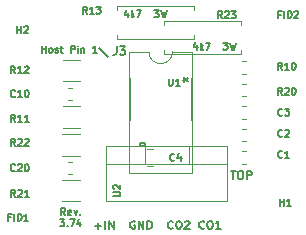
<source format=gto>
G04 #@! TF.GenerationSoftware,KiCad,Pcbnew,(6.0.0-0)*
G04 #@! TF.CreationDate,2023-01-22T15:48:08+00:00*
G04 #@! TF.ProjectId,VR-Conditioner-MAX9926+reg,56522d43-6f6e-4646-9974-696f6e65722d,3.74*
G04 #@! TF.SameCoordinates,PX6a95280PY6f6d640*
G04 #@! TF.FileFunction,Legend,Top*
G04 #@! TF.FilePolarity,Positive*
%FSLAX46Y46*%
G04 Gerber Fmt 4.6, Leading zero omitted, Abs format (unit mm)*
G04 Created by KiCad (PCBNEW (6.0.0-0)) date 2023-01-22 15:48:08*
%MOMM*%
%LPD*%
G01*
G04 APERTURE LIST*
%ADD10C,0.150000*%
%ADD11C,0.120000*%
%ADD12C,0.152400*%
G04 APERTURE END LIST*
D10*
X8763000Y17653000D02*
X8001000Y18415000D01*
X10438000Y21412572D02*
X10438000Y21012572D01*
X10295142Y21641143D02*
X10152285Y21212572D01*
X10523714Y21212572D01*
X10752285Y21012572D02*
X10752285Y21612572D01*
X10809428Y21241143D02*
X10980857Y21012572D01*
X10980857Y21412572D02*
X10752285Y21184000D01*
X11180857Y21612572D02*
X11580857Y21612572D01*
X11323714Y21012572D01*
X12666571Y21612572D02*
X13038000Y21612572D01*
X12838000Y21384000D01*
X12923714Y21384000D01*
X12980857Y21355429D01*
X13009428Y21326858D01*
X13038000Y21269715D01*
X13038000Y21126858D01*
X13009428Y21069715D01*
X12980857Y21041143D01*
X12923714Y21012572D01*
X12752285Y21012572D01*
X12695142Y21041143D01*
X12666571Y21069715D01*
X13238000Y21612572D02*
X13380857Y21012572D01*
X13495142Y21441143D01*
X13609428Y21012572D01*
X13752285Y21612572D01*
X16280000Y18670572D02*
X16280000Y18270572D01*
X16137142Y18899143D02*
X15994285Y18470572D01*
X16365714Y18470572D01*
X16594285Y18270572D02*
X16594285Y18870572D01*
X16651428Y18499143D02*
X16822857Y18270572D01*
X16822857Y18670572D02*
X16594285Y18442000D01*
X17022857Y18870572D02*
X17422857Y18870572D01*
X17165714Y18270572D01*
X18508571Y18870572D02*
X18880000Y18870572D01*
X18680000Y18642000D01*
X18765714Y18642000D01*
X18822857Y18613429D01*
X18851428Y18584858D01*
X18880000Y18527715D01*
X18880000Y18384858D01*
X18851428Y18327715D01*
X18822857Y18299143D01*
X18765714Y18270572D01*
X18594285Y18270572D01*
X18537142Y18299143D01*
X18508571Y18327715D01*
X19080000Y18870572D02*
X19222857Y18270572D01*
X19337142Y18699143D01*
X19451428Y18270572D01*
X19594285Y18870572D01*
X5145142Y4275572D02*
X4945142Y4561286D01*
X4802285Y4275572D02*
X4802285Y4875572D01*
X5030857Y4875572D01*
X5088000Y4847000D01*
X5116571Y4818429D01*
X5145142Y4761286D01*
X5145142Y4675572D01*
X5116571Y4618429D01*
X5088000Y4589858D01*
X5030857Y4561286D01*
X4802285Y4561286D01*
X5630857Y4304143D02*
X5573714Y4275572D01*
X5459428Y4275572D01*
X5402285Y4304143D01*
X5373714Y4361286D01*
X5373714Y4589858D01*
X5402285Y4647000D01*
X5459428Y4675572D01*
X5573714Y4675572D01*
X5630857Y4647000D01*
X5659428Y4589858D01*
X5659428Y4532715D01*
X5373714Y4475572D01*
X5859428Y4675572D02*
X6002285Y4275572D01*
X6145142Y4675572D01*
X6373714Y4332715D02*
X6402285Y4304143D01*
X6373714Y4275572D01*
X6345142Y4304143D01*
X6373714Y4332715D01*
X6373714Y4275572D01*
X4673714Y3909572D02*
X5045142Y3909572D01*
X4845142Y3681000D01*
X4930857Y3681000D01*
X4988000Y3652429D01*
X5016571Y3623858D01*
X5045142Y3566715D01*
X5045142Y3423858D01*
X5016571Y3366715D01*
X4988000Y3338143D01*
X4930857Y3309572D01*
X4759428Y3309572D01*
X4702285Y3338143D01*
X4673714Y3366715D01*
X5302285Y3366715D02*
X5330857Y3338143D01*
X5302285Y3309572D01*
X5273714Y3338143D01*
X5302285Y3366715D01*
X5302285Y3309572D01*
X5530857Y3909572D02*
X5930857Y3909572D01*
X5673714Y3309572D01*
X6416571Y3709572D02*
X6416571Y3309572D01*
X6273714Y3938143D02*
X6130857Y3509572D01*
X6502285Y3509572D01*
X19149333Y8003334D02*
X19549333Y8003334D01*
X19349333Y7303334D02*
X19349333Y8003334D01*
X19916000Y8003334D02*
X20049333Y8003334D01*
X20116000Y7970000D01*
X20182666Y7903334D01*
X20216000Y7770000D01*
X20216000Y7536667D01*
X20182666Y7403334D01*
X20116000Y7336667D01*
X20049333Y7303334D01*
X19916000Y7303334D01*
X19849333Y7336667D01*
X19782666Y7403334D01*
X19749333Y7536667D01*
X19749333Y7770000D01*
X19782666Y7903334D01*
X19849333Y7970000D01*
X19916000Y8003334D01*
X20516000Y7303334D02*
X20516000Y8003334D01*
X20782666Y8003334D01*
X20849333Y7970000D01*
X20882666Y7936667D01*
X20916000Y7870000D01*
X20916000Y7770000D01*
X20882666Y7703334D01*
X20849333Y7670000D01*
X20782666Y7636667D01*
X20516000Y7636667D01*
X7654000Y3361143D02*
X8187333Y3361143D01*
X7920666Y3132572D02*
X7920666Y3589715D01*
X8520666Y3132572D02*
X8520666Y3732572D01*
X8854000Y3132572D02*
X8854000Y3732572D01*
X9254000Y3132572D01*
X9254000Y3732572D01*
X11020666Y3704000D02*
X10954000Y3732572D01*
X10854000Y3732572D01*
X10754000Y3704000D01*
X10687333Y3646858D01*
X10654000Y3589715D01*
X10620666Y3475429D01*
X10620666Y3389715D01*
X10654000Y3275429D01*
X10687333Y3218286D01*
X10754000Y3161143D01*
X10854000Y3132572D01*
X10920666Y3132572D01*
X11020666Y3161143D01*
X11054000Y3189715D01*
X11054000Y3389715D01*
X10920666Y3389715D01*
X11354000Y3132572D02*
X11354000Y3732572D01*
X11754000Y3132572D01*
X11754000Y3732572D01*
X12087333Y3132572D02*
X12087333Y3732572D01*
X12254000Y3732572D01*
X12354000Y3704000D01*
X12420666Y3646858D01*
X12454000Y3589715D01*
X12487333Y3475429D01*
X12487333Y3389715D01*
X12454000Y3275429D01*
X12420666Y3218286D01*
X12354000Y3161143D01*
X12254000Y3132572D01*
X12087333Y3132572D01*
X14254000Y3189715D02*
X14220666Y3161143D01*
X14120666Y3132572D01*
X14054000Y3132572D01*
X13954000Y3161143D01*
X13887333Y3218286D01*
X13854000Y3275429D01*
X13820666Y3389715D01*
X13820666Y3475429D01*
X13854000Y3589715D01*
X13887333Y3646858D01*
X13954000Y3704000D01*
X14054000Y3732572D01*
X14120666Y3732572D01*
X14220666Y3704000D01*
X14254000Y3675429D01*
X14687333Y3732572D02*
X14820666Y3732572D01*
X14887333Y3704000D01*
X14954000Y3646858D01*
X14987333Y3532572D01*
X14987333Y3332572D01*
X14954000Y3218286D01*
X14887333Y3161143D01*
X14820666Y3132572D01*
X14687333Y3132572D01*
X14620666Y3161143D01*
X14554000Y3218286D01*
X14520666Y3332572D01*
X14520666Y3532572D01*
X14554000Y3646858D01*
X14620666Y3704000D01*
X14687333Y3732572D01*
X15254000Y3675429D02*
X15287333Y3704000D01*
X15354000Y3732572D01*
X15520666Y3732572D01*
X15587333Y3704000D01*
X15620666Y3675429D01*
X15654000Y3618286D01*
X15654000Y3561143D01*
X15620666Y3475429D01*
X15220666Y3132572D01*
X15654000Y3132572D01*
X16887333Y3189715D02*
X16854000Y3161143D01*
X16754000Y3132572D01*
X16687333Y3132572D01*
X16587333Y3161143D01*
X16520666Y3218286D01*
X16487333Y3275429D01*
X16454000Y3389715D01*
X16454000Y3475429D01*
X16487333Y3589715D01*
X16520666Y3646858D01*
X16587333Y3704000D01*
X16687333Y3732572D01*
X16754000Y3732572D01*
X16854000Y3704000D01*
X16887333Y3675429D01*
X17320666Y3732572D02*
X17454000Y3732572D01*
X17520666Y3704000D01*
X17587333Y3646858D01*
X17620666Y3532572D01*
X17620666Y3332572D01*
X17587333Y3218286D01*
X17520666Y3161143D01*
X17454000Y3132572D01*
X17320666Y3132572D01*
X17254000Y3161143D01*
X17187333Y3218286D01*
X17154000Y3332572D01*
X17154000Y3532572D01*
X17187333Y3646858D01*
X17254000Y3704000D01*
X17320666Y3732572D01*
X18287333Y3132572D02*
X17887333Y3132572D01*
X18087333Y3132572D02*
X18087333Y3732572D01*
X18020666Y3646858D01*
X17954000Y3589715D01*
X17887333Y3561143D01*
X3146714Y18016572D02*
X3146714Y18616572D01*
X3146714Y18330858D02*
X3489571Y18330858D01*
X3489571Y18016572D02*
X3489571Y18616572D01*
X3861000Y18016572D02*
X3803857Y18045143D01*
X3775285Y18073715D01*
X3746714Y18130858D01*
X3746714Y18302286D01*
X3775285Y18359429D01*
X3803857Y18388000D01*
X3861000Y18416572D01*
X3946714Y18416572D01*
X4003857Y18388000D01*
X4032428Y18359429D01*
X4061000Y18302286D01*
X4061000Y18130858D01*
X4032428Y18073715D01*
X4003857Y18045143D01*
X3946714Y18016572D01*
X3861000Y18016572D01*
X4289571Y18045143D02*
X4346714Y18016572D01*
X4461000Y18016572D01*
X4518142Y18045143D01*
X4546714Y18102286D01*
X4546714Y18130858D01*
X4518142Y18188000D01*
X4461000Y18216572D01*
X4375285Y18216572D01*
X4318142Y18245143D01*
X4289571Y18302286D01*
X4289571Y18330858D01*
X4318142Y18388000D01*
X4375285Y18416572D01*
X4461000Y18416572D01*
X4518142Y18388000D01*
X4718142Y18416572D02*
X4946714Y18416572D01*
X4803857Y18616572D02*
X4803857Y18102286D01*
X4832428Y18045143D01*
X4889571Y18016572D01*
X4946714Y18016572D01*
X5603857Y18016572D02*
X5603857Y18616572D01*
X5832428Y18616572D01*
X5889571Y18588000D01*
X5918142Y18559429D01*
X5946714Y18502286D01*
X5946714Y18416572D01*
X5918142Y18359429D01*
X5889571Y18330858D01*
X5832428Y18302286D01*
X5603857Y18302286D01*
X6203857Y18016572D02*
X6203857Y18416572D01*
X6203857Y18616572D02*
X6175285Y18588000D01*
X6203857Y18559429D01*
X6232428Y18588000D01*
X6203857Y18616572D01*
X6203857Y18559429D01*
X6489571Y18416572D02*
X6489571Y18016572D01*
X6489571Y18359429D02*
X6518142Y18388000D01*
X6575285Y18416572D01*
X6661000Y18416572D01*
X6718142Y18388000D01*
X6746714Y18330858D01*
X6746714Y18016572D01*
X7803857Y18016572D02*
X7461000Y18016572D01*
X7632428Y18016572D02*
X7632428Y18616572D01*
X7575285Y18530858D01*
X7518142Y18473715D01*
X7461000Y18445143D01*
G04 #@! TO.C,C1*
X23522000Y9183715D02*
X23493428Y9155143D01*
X23407714Y9126572D01*
X23350571Y9126572D01*
X23264857Y9155143D01*
X23207714Y9212286D01*
X23179142Y9269429D01*
X23150571Y9383715D01*
X23150571Y9469429D01*
X23179142Y9583715D01*
X23207714Y9640858D01*
X23264857Y9698000D01*
X23350571Y9726572D01*
X23407714Y9726572D01*
X23493428Y9698000D01*
X23522000Y9669429D01*
X24093428Y9126572D02*
X23750571Y9126572D01*
X23922000Y9126572D02*
X23922000Y9726572D01*
X23864857Y9640858D01*
X23807714Y9583715D01*
X23750571Y9555143D01*
G04 #@! TO.C,C2*
X23522000Y10961715D02*
X23493428Y10933143D01*
X23407714Y10904572D01*
X23350571Y10904572D01*
X23264857Y10933143D01*
X23207714Y10990286D01*
X23179142Y11047429D01*
X23150571Y11161715D01*
X23150571Y11247429D01*
X23179142Y11361715D01*
X23207714Y11418858D01*
X23264857Y11476000D01*
X23350571Y11504572D01*
X23407714Y11504572D01*
X23493428Y11476000D01*
X23522000Y11447429D01*
X23750571Y11447429D02*
X23779142Y11476000D01*
X23836285Y11504572D01*
X23979142Y11504572D01*
X24036285Y11476000D01*
X24064857Y11447429D01*
X24093428Y11390286D01*
X24093428Y11333143D01*
X24064857Y11247429D01*
X23722000Y10904572D01*
X24093428Y10904572D01*
G04 #@! TO.C,C3*
X23522000Y12739715D02*
X23493428Y12711143D01*
X23407714Y12682572D01*
X23350571Y12682572D01*
X23264857Y12711143D01*
X23207714Y12768286D01*
X23179142Y12825429D01*
X23150571Y12939715D01*
X23150571Y13025429D01*
X23179142Y13139715D01*
X23207714Y13196858D01*
X23264857Y13254000D01*
X23350571Y13282572D01*
X23407714Y13282572D01*
X23493428Y13254000D01*
X23522000Y13225429D01*
X23722000Y13282572D02*
X24093428Y13282572D01*
X23893428Y13054000D01*
X23979142Y13054000D01*
X24036285Y13025429D01*
X24064857Y12996858D01*
X24093428Y12939715D01*
X24093428Y12796858D01*
X24064857Y12739715D01*
X24036285Y12711143D01*
X23979142Y12682572D01*
X23807714Y12682572D01*
X23750571Y12711143D01*
X23722000Y12739715D01*
G04 #@! TO.C,C4*
X14378000Y8929715D02*
X14349428Y8901143D01*
X14263714Y8872572D01*
X14206571Y8872572D01*
X14120857Y8901143D01*
X14063714Y8958286D01*
X14035142Y9015429D01*
X14006571Y9129715D01*
X14006571Y9215429D01*
X14035142Y9329715D01*
X14063714Y9386858D01*
X14120857Y9444000D01*
X14206571Y9472572D01*
X14263714Y9472572D01*
X14349428Y9444000D01*
X14378000Y9415429D01*
X14892285Y9272572D02*
X14892285Y8872572D01*
X14749428Y9501143D02*
X14606571Y9072572D01*
X14978000Y9072572D01*
G04 #@! TO.C,C10*
X884285Y14327215D02*
X855714Y14298643D01*
X770000Y14270072D01*
X712857Y14270072D01*
X627142Y14298643D01*
X570000Y14355786D01*
X541428Y14412929D01*
X512857Y14527215D01*
X512857Y14612929D01*
X541428Y14727215D01*
X570000Y14784358D01*
X627142Y14841500D01*
X712857Y14870072D01*
X770000Y14870072D01*
X855714Y14841500D01*
X884285Y14812929D01*
X1455714Y14270072D02*
X1112857Y14270072D01*
X1284285Y14270072D02*
X1284285Y14870072D01*
X1227142Y14784358D01*
X1170000Y14727215D01*
X1112857Y14698643D01*
X1827142Y14870072D02*
X1884285Y14870072D01*
X1941428Y14841500D01*
X1970000Y14812929D01*
X1998571Y14755786D01*
X2027142Y14641500D01*
X2027142Y14498643D01*
X1998571Y14384358D01*
X1970000Y14327215D01*
X1941428Y14298643D01*
X1884285Y14270072D01*
X1827142Y14270072D01*
X1770000Y14298643D01*
X1741428Y14327215D01*
X1712857Y14384358D01*
X1684285Y14498643D01*
X1684285Y14641500D01*
X1712857Y14755786D01*
X1741428Y14812929D01*
X1770000Y14841500D01*
X1827142Y14870072D01*
G04 #@! TO.C,C20*
X884285Y8040715D02*
X855714Y8012143D01*
X770000Y7983572D01*
X712857Y7983572D01*
X627142Y8012143D01*
X570000Y8069286D01*
X541428Y8126429D01*
X512857Y8240715D01*
X512857Y8326429D01*
X541428Y8440715D01*
X570000Y8497858D01*
X627142Y8555000D01*
X712857Y8583572D01*
X770000Y8583572D01*
X855714Y8555000D01*
X884285Y8526429D01*
X1112857Y8526429D02*
X1141428Y8555000D01*
X1198571Y8583572D01*
X1341428Y8583572D01*
X1398571Y8555000D01*
X1427142Y8526429D01*
X1455714Y8469286D01*
X1455714Y8412143D01*
X1427142Y8326429D01*
X1084285Y7983572D01*
X1455714Y7983572D01*
X1827142Y8583572D02*
X1884285Y8583572D01*
X1941428Y8555000D01*
X1970000Y8526429D01*
X1998571Y8469286D01*
X2027142Y8355000D01*
X2027142Y8212143D01*
X1998571Y8097858D01*
X1970000Y8040715D01*
X1941428Y8012143D01*
X1884285Y7983572D01*
X1827142Y7983572D01*
X1770000Y8012143D01*
X1741428Y8040715D01*
X1712857Y8097858D01*
X1684285Y8212143D01*
X1684285Y8355000D01*
X1712857Y8469286D01*
X1741428Y8526429D01*
X1770000Y8555000D01*
X1827142Y8583572D01*
G04 #@! TO.C,R22*
X884285Y10142572D02*
X684285Y10428286D01*
X541428Y10142572D02*
X541428Y10742572D01*
X770000Y10742572D01*
X827142Y10714000D01*
X855714Y10685429D01*
X884285Y10628286D01*
X884285Y10542572D01*
X855714Y10485429D01*
X827142Y10456858D01*
X770000Y10428286D01*
X541428Y10428286D01*
X1112857Y10685429D02*
X1141428Y10714000D01*
X1198571Y10742572D01*
X1341428Y10742572D01*
X1398571Y10714000D01*
X1427142Y10685429D01*
X1455714Y10628286D01*
X1455714Y10571143D01*
X1427142Y10485429D01*
X1084285Y10142572D01*
X1455714Y10142572D01*
X1684285Y10685429D02*
X1712857Y10714000D01*
X1770000Y10742572D01*
X1912857Y10742572D01*
X1970000Y10714000D01*
X1998571Y10685429D01*
X2027142Y10628286D01*
X2027142Y10571143D01*
X1998571Y10485429D01*
X1655714Y10142572D01*
X2027142Y10142572D01*
G04 #@! TO.C,R21*
X884285Y5824572D02*
X684285Y6110286D01*
X541428Y5824572D02*
X541428Y6424572D01*
X770000Y6424572D01*
X827142Y6396000D01*
X855714Y6367429D01*
X884285Y6310286D01*
X884285Y6224572D01*
X855714Y6167429D01*
X827142Y6138858D01*
X770000Y6110286D01*
X541428Y6110286D01*
X1112857Y6367429D02*
X1141428Y6396000D01*
X1198571Y6424572D01*
X1341428Y6424572D01*
X1398571Y6396000D01*
X1427142Y6367429D01*
X1455714Y6310286D01*
X1455714Y6253143D01*
X1427142Y6167429D01*
X1084285Y5824572D01*
X1455714Y5824572D01*
X2027142Y5824572D02*
X1684285Y5824572D01*
X1855714Y5824572D02*
X1855714Y6424572D01*
X1798571Y6338858D01*
X1741428Y6281715D01*
X1684285Y6253143D01*
G04 #@! TO.C,R11*
X884285Y12174572D02*
X684285Y12460286D01*
X541428Y12174572D02*
X541428Y12774572D01*
X770000Y12774572D01*
X827142Y12746000D01*
X855714Y12717429D01*
X884285Y12660286D01*
X884285Y12574572D01*
X855714Y12517429D01*
X827142Y12488858D01*
X770000Y12460286D01*
X541428Y12460286D01*
X1455714Y12174572D02*
X1112857Y12174572D01*
X1284285Y12174572D02*
X1284285Y12774572D01*
X1227142Y12688858D01*
X1170000Y12631715D01*
X1112857Y12603143D01*
X2027142Y12174572D02*
X1684285Y12174572D01*
X1855714Y12174572D02*
X1855714Y12774572D01*
X1798571Y12688858D01*
X1741428Y12631715D01*
X1684285Y12603143D01*
G04 #@! TO.C,FID1*
X500142Y4106858D02*
X300142Y4106858D01*
X300142Y3792572D02*
X300142Y4392572D01*
X585857Y4392572D01*
X814428Y3792572D02*
X814428Y4392572D01*
X1100142Y3792572D02*
X1100142Y4392572D01*
X1243000Y4392572D01*
X1328714Y4364000D01*
X1385857Y4306858D01*
X1414428Y4249715D01*
X1443000Y4135429D01*
X1443000Y4049715D01*
X1414428Y3935429D01*
X1385857Y3878286D01*
X1328714Y3821143D01*
X1243000Y3792572D01*
X1100142Y3792572D01*
X2014428Y3792572D02*
X1671571Y3792572D01*
X1843000Y3792572D02*
X1843000Y4392572D01*
X1785857Y4306858D01*
X1728714Y4249715D01*
X1671571Y4221143D01*
G04 #@! TO.C,FID2*
X23360142Y21251858D02*
X23160142Y21251858D01*
X23160142Y20937572D02*
X23160142Y21537572D01*
X23445857Y21537572D01*
X23674428Y20937572D02*
X23674428Y21537572D01*
X23960142Y20937572D02*
X23960142Y21537572D01*
X24103000Y21537572D01*
X24188714Y21509000D01*
X24245857Y21451858D01*
X24274428Y21394715D01*
X24303000Y21280429D01*
X24303000Y21194715D01*
X24274428Y21080429D01*
X24245857Y21023286D01*
X24188714Y20966143D01*
X24103000Y20937572D01*
X23960142Y20937572D01*
X24531571Y21480429D02*
X24560142Y21509000D01*
X24617285Y21537572D01*
X24760142Y21537572D01*
X24817285Y21509000D01*
X24845857Y21480429D01*
X24874428Y21423286D01*
X24874428Y21366143D01*
X24845857Y21280429D01*
X24503000Y20937572D01*
X24874428Y20937572D01*
G04 #@! TO.C,J3*
X9482166Y18544334D02*
X9482166Y18044334D01*
X9448833Y17944334D01*
X9382166Y17877667D01*
X9282166Y17844334D01*
X9215500Y17844334D01*
X9748833Y18544334D02*
X10182166Y18544334D01*
X9948833Y18277667D01*
X10048833Y18277667D01*
X10115500Y18244334D01*
X10148833Y18211000D01*
X10182166Y18144334D01*
X10182166Y17977667D01*
X10148833Y17911000D01*
X10115500Y17877667D01*
X10048833Y17844334D01*
X9848833Y17844334D01*
X9782166Y17877667D01*
X9748833Y17911000D01*
G04 #@! TO.C,R10*
X23490285Y16568772D02*
X23290285Y16854486D01*
X23147428Y16568772D02*
X23147428Y17168772D01*
X23376000Y17168772D01*
X23433142Y17140200D01*
X23461714Y17111629D01*
X23490285Y17054486D01*
X23490285Y16968772D01*
X23461714Y16911629D01*
X23433142Y16883058D01*
X23376000Y16854486D01*
X23147428Y16854486D01*
X24061714Y16568772D02*
X23718857Y16568772D01*
X23890285Y16568772D02*
X23890285Y17168772D01*
X23833142Y17083058D01*
X23776000Y17025915D01*
X23718857Y16997343D01*
X24433142Y17168772D02*
X24490285Y17168772D01*
X24547428Y17140200D01*
X24576000Y17111629D01*
X24604571Y17054486D01*
X24633142Y16940200D01*
X24633142Y16797343D01*
X24604571Y16683058D01*
X24576000Y16625915D01*
X24547428Y16597343D01*
X24490285Y16568772D01*
X24433142Y16568772D01*
X24376000Y16597343D01*
X24347428Y16625915D01*
X24318857Y16683058D01*
X24290285Y16797343D01*
X24290285Y16940200D01*
X24318857Y17054486D01*
X24347428Y17111629D01*
X24376000Y17140200D01*
X24433142Y17168772D01*
G04 #@! TO.C,R20*
X23490285Y14460572D02*
X23290285Y14746286D01*
X23147428Y14460572D02*
X23147428Y15060572D01*
X23376000Y15060572D01*
X23433142Y15032000D01*
X23461714Y15003429D01*
X23490285Y14946286D01*
X23490285Y14860572D01*
X23461714Y14803429D01*
X23433142Y14774858D01*
X23376000Y14746286D01*
X23147428Y14746286D01*
X23718857Y15003429D02*
X23747428Y15032000D01*
X23804571Y15060572D01*
X23947428Y15060572D01*
X24004571Y15032000D01*
X24033142Y15003429D01*
X24061714Y14946286D01*
X24061714Y14889143D01*
X24033142Y14803429D01*
X23690285Y14460572D01*
X24061714Y14460572D01*
X24433142Y15060572D02*
X24490285Y15060572D01*
X24547428Y15032000D01*
X24576000Y15003429D01*
X24604571Y14946286D01*
X24633142Y14832000D01*
X24633142Y14689143D01*
X24604571Y14574858D01*
X24576000Y14517715D01*
X24547428Y14489143D01*
X24490285Y14460572D01*
X24433142Y14460572D01*
X24376000Y14489143D01*
X24347428Y14517715D01*
X24318857Y14574858D01*
X24290285Y14689143D01*
X24290285Y14832000D01*
X24318857Y14946286D01*
X24347428Y15003429D01*
X24376000Y15032000D01*
X24433142Y15060572D01*
G04 #@! TO.C,U1*
X13893857Y15822572D02*
X13893857Y15336858D01*
X13922428Y15279715D01*
X13951000Y15251143D01*
X14008142Y15222572D01*
X14122428Y15222572D01*
X14179571Y15251143D01*
X14208142Y15279715D01*
X14236714Y15336858D01*
X14236714Y15822572D01*
X14836714Y15222572D02*
X14493857Y15222572D01*
X14665285Y15222572D02*
X14665285Y15822572D01*
X14608142Y15736858D01*
X14551000Y15679715D01*
X14493857Y15651143D01*
X15073380Y15748000D02*
X15311476Y15748000D01*
X15216238Y15509905D02*
X15311476Y15748000D01*
X15216238Y15986096D01*
X15501952Y15605143D02*
X15311476Y15748000D01*
X15501952Y15890858D01*
G04 #@! TO.C,R13*
X6980285Y21318572D02*
X6780285Y21604286D01*
X6637428Y21318572D02*
X6637428Y21918572D01*
X6866000Y21918572D01*
X6923142Y21890000D01*
X6951714Y21861429D01*
X6980285Y21804286D01*
X6980285Y21718572D01*
X6951714Y21661429D01*
X6923142Y21632858D01*
X6866000Y21604286D01*
X6637428Y21604286D01*
X7551714Y21318572D02*
X7208857Y21318572D01*
X7380285Y21318572D02*
X7380285Y21918572D01*
X7323142Y21832858D01*
X7266000Y21775715D01*
X7208857Y21747143D01*
X7751714Y21918572D02*
X8123142Y21918572D01*
X7923142Y21690000D01*
X8008857Y21690000D01*
X8066000Y21661429D01*
X8094571Y21632858D01*
X8123142Y21575715D01*
X8123142Y21432858D01*
X8094571Y21375715D01*
X8066000Y21347143D01*
X8008857Y21318572D01*
X7837428Y21318572D01*
X7780285Y21347143D01*
X7751714Y21375715D01*
G04 #@! TO.C,R23*
X18410285Y20937572D02*
X18210285Y21223286D01*
X18067428Y20937572D02*
X18067428Y21537572D01*
X18296000Y21537572D01*
X18353142Y21509000D01*
X18381714Y21480429D01*
X18410285Y21423286D01*
X18410285Y21337572D01*
X18381714Y21280429D01*
X18353142Y21251858D01*
X18296000Y21223286D01*
X18067428Y21223286D01*
X18638857Y21480429D02*
X18667428Y21509000D01*
X18724571Y21537572D01*
X18867428Y21537572D01*
X18924571Y21509000D01*
X18953142Y21480429D01*
X18981714Y21423286D01*
X18981714Y21366143D01*
X18953142Y21280429D01*
X18610285Y20937572D01*
X18981714Y20937572D01*
X19181714Y21537572D02*
X19553142Y21537572D01*
X19353142Y21309000D01*
X19438857Y21309000D01*
X19496000Y21280429D01*
X19524571Y21251858D01*
X19553142Y21194715D01*
X19553142Y21051858D01*
X19524571Y20994715D01*
X19496000Y20966143D01*
X19438857Y20937572D01*
X19267428Y20937572D01*
X19210285Y20966143D01*
X19181714Y20994715D01*
G04 #@! TO.C,H1*
X23291857Y5062572D02*
X23291857Y5662572D01*
X23291857Y5376858D02*
X23634714Y5376858D01*
X23634714Y5062572D02*
X23634714Y5662572D01*
X24234714Y5062572D02*
X23891857Y5062572D01*
X24063285Y5062572D02*
X24063285Y5662572D01*
X24006142Y5576858D01*
X23949000Y5519715D01*
X23891857Y5491143D01*
G04 #@! TO.C,H2*
X1066857Y19667572D02*
X1066857Y20267572D01*
X1066857Y19981858D02*
X1409714Y19981858D01*
X1409714Y19667572D02*
X1409714Y20267572D01*
X1666857Y20210429D02*
X1695428Y20239000D01*
X1752571Y20267572D01*
X1895428Y20267572D01*
X1952571Y20239000D01*
X1981142Y20210429D01*
X2009714Y20153286D01*
X2009714Y20096143D01*
X1981142Y20010429D01*
X1638285Y19667572D01*
X2009714Y19667572D01*
G04 #@! TO.C,U2*
X9196428Y5892858D02*
X9682142Y5892858D01*
X9739285Y5921429D01*
X9767857Y5950000D01*
X9796428Y6007143D01*
X9796428Y6121429D01*
X9767857Y6178572D01*
X9739285Y6207143D01*
X9682142Y6235715D01*
X9196428Y6235715D01*
X9253571Y6492858D02*
X9225000Y6521429D01*
X9196428Y6578572D01*
X9196428Y6721429D01*
X9225000Y6778572D01*
X9253571Y6807143D01*
X9310714Y6835715D01*
X9367857Y6835715D01*
X9453571Y6807143D01*
X9796428Y6464286D01*
X9796428Y6835715D01*
G04 #@! TO.C,R12*
X884285Y16263972D02*
X684285Y16549686D01*
X541428Y16263972D02*
X541428Y16863972D01*
X770000Y16863972D01*
X827142Y16835400D01*
X855714Y16806829D01*
X884285Y16749686D01*
X884285Y16663972D01*
X855714Y16606829D01*
X827142Y16578258D01*
X770000Y16549686D01*
X541428Y16549686D01*
X1455714Y16263972D02*
X1112857Y16263972D01*
X1284285Y16263972D02*
X1284285Y16863972D01*
X1227142Y16778258D01*
X1170000Y16721115D01*
X1112857Y16692543D01*
X1684285Y16806829D02*
X1712857Y16835400D01*
X1770000Y16863972D01*
X1912857Y16863972D01*
X1970000Y16835400D01*
X1998571Y16806829D01*
X2027142Y16749686D01*
X2027142Y16692543D01*
X1998571Y16606829D01*
X1655714Y16263972D01*
X2027142Y16263972D01*
D11*
G04 #@! TO.C,C1*
X20419279Y9654000D02*
X20093721Y9654000D01*
X20419279Y8634000D02*
X20093721Y8634000D01*
G04 #@! TO.C,C2*
X20419279Y10539000D02*
X20093721Y10539000D01*
X20419279Y11559000D02*
X20093721Y11559000D01*
G04 #@! TO.C,C3*
X20419279Y13464000D02*
X20093721Y13464000D01*
X20419279Y12444000D02*
X20093721Y12444000D01*
G04 #@! TO.C,C4*
X12060422Y8434000D02*
X12577578Y8434000D01*
X12060422Y9854000D02*
X12577578Y9854000D01*
G04 #@! TO.C,C10*
X5687279Y15051500D02*
X5361721Y15051500D01*
X5687279Y14031500D02*
X5361721Y14031500D01*
G04 #@! TO.C,C20*
X5687279Y8765000D02*
X5361721Y8765000D01*
X5687279Y7745000D02*
X5361721Y7745000D01*
G04 #@! TO.C,R22*
X6347064Y11110000D02*
X4892936Y11110000D01*
X6347064Y9290000D02*
X4892936Y9290000D01*
G04 #@! TO.C,R21*
X6346564Y7260000D02*
X4892436Y7260000D01*
X6346564Y5440000D02*
X4892436Y5440000D01*
G04 #@! TO.C,R11*
X6378564Y11663000D02*
X4924436Y11663000D01*
X6378564Y13483000D02*
X4924436Y13483000D01*
G04 #@! TO.C,J3*
X10558000Y18094000D02*
X10558000Y7814000D01*
X15858000Y18094000D02*
X14208000Y18094000D01*
X15858000Y7814000D02*
X15858000Y18094000D01*
X12208000Y18094000D02*
X10558000Y18094000D01*
X10558000Y7814000D02*
X15858000Y7814000D01*
X12208000Y18094000D02*
G75*
G03*
X14208000Y18094000I1000000J0D01*
G01*
G04 #@! TO.C,R10*
X20427767Y16254000D02*
X20085233Y16254000D01*
X20427767Y17274000D02*
X20085233Y17274000D01*
G04 #@! TO.C,R20*
X20427767Y14349000D02*
X20085233Y14349000D01*
X20427767Y15369000D02*
X20085233Y15369000D01*
D12*
G04 #@! TO.C,U1*
X10655300Y15838055D02*
X10655300Y12355945D01*
X15887700Y12355945D02*
X15887700Y15838055D01*
X11493500Y10394201D02*
X11874500Y10394201D01*
X11874500Y10140201D02*
X11493500Y10140201D01*
X11493500Y10140201D02*
X11493500Y10394201D01*
X11874500Y10394201D02*
X11874500Y10140201D01*
D11*
G04 #@! TO.C,R13*
X16070000Y19204000D02*
X16070000Y19534000D01*
X9530000Y21944000D02*
X16070000Y21944000D01*
X9530000Y19534000D02*
X9530000Y19204000D01*
X9530000Y19204000D02*
X16070000Y19204000D01*
X16070000Y21944000D02*
X16070000Y21614000D01*
X9530000Y21614000D02*
X9530000Y21944000D01*
G04 #@! TO.C,R23*
X13494000Y20674000D02*
X20034000Y20674000D01*
X13494000Y20344000D02*
X13494000Y20674000D01*
X13494000Y18264000D02*
X13494000Y17934000D01*
X20034000Y17934000D02*
X20034000Y18264000D01*
X13494000Y17934000D02*
X20034000Y17934000D01*
X20034000Y20674000D02*
X20034000Y20344000D01*
G04 #@! TO.C,U2*
X11866000Y10128000D02*
X11866000Y8618000D01*
X18836000Y10128000D02*
X18836000Y5487000D01*
X8596000Y10128000D02*
X18836000Y10128000D01*
X8596000Y10128000D02*
X8596000Y5487000D01*
X8596000Y8618000D02*
X18836000Y8618000D01*
X15567000Y10128000D02*
X15567000Y8618000D01*
X8596000Y5487000D02*
X18836000Y5487000D01*
G04 #@! TO.C,R12*
X6378564Y17420000D02*
X4924436Y17420000D01*
X6378564Y15600000D02*
X4924436Y15600000D01*
G04 #@! TD*
M02*

</source>
